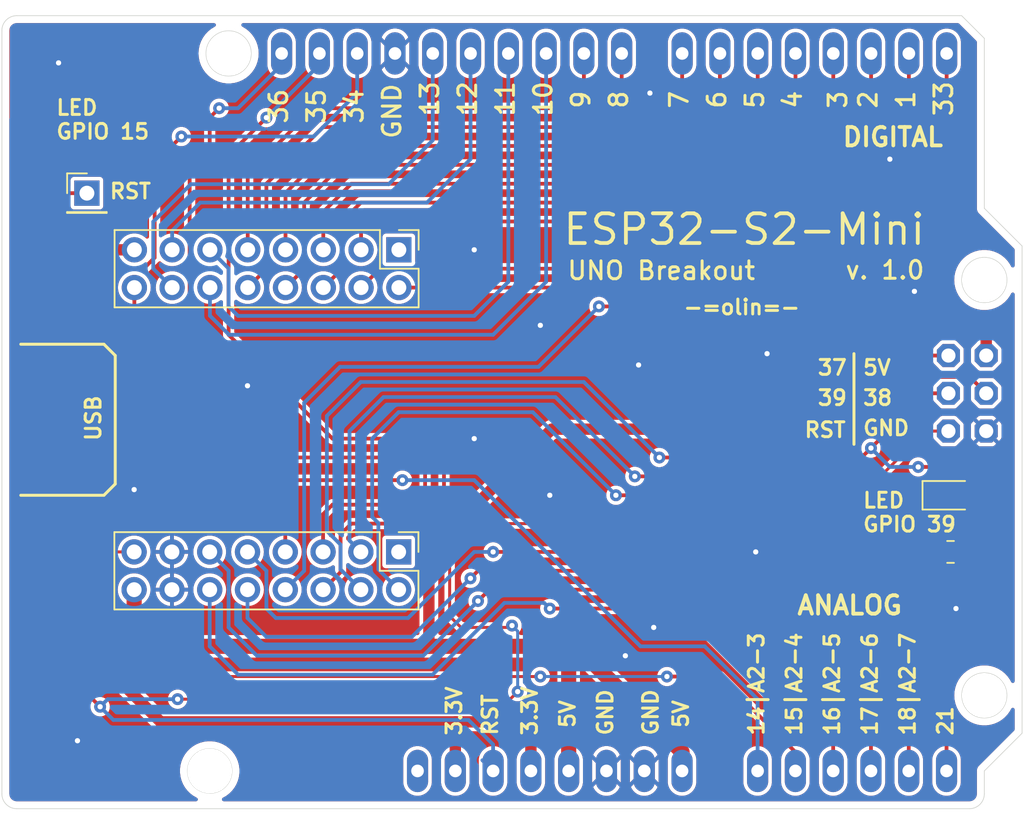
<source format=kicad_pcb>
(kicad_pcb (version 20240225) (generator "pcbnew") (generator_version "8.99")
  (layers (0 "F.Cu" signal "Top") (31 "B.Cu" signal "Bottom") (34 "B.Paste" user "Bottom Paste") (35 "F.Paste" user "Top Paste") (36 "B.SilkS" user "Bottom Overlay") (37 "F.SilkS" user "Top Overlay") (38 "B.Mask" user "Bottom Solder") (39 "F.Mask" user "Top Solder") (44 "Edge.Cuts" user))
  (net 0 "")
  (net 1 "+5V")
  (net 2 "PC1")
  (net 3 "PC2")
  (net 4 "PC0")
  (net 5 "PE2")
  (net 6 "PE1")
  (net 7 "PE0")
  (net 8 "PB1")
  (net 9 "PB0")
  (net 10 "PE3")
  (net 11 "PA1")
  (net 12 "PF4")
  (net 13 "PB2")
  (net 14 "PC6")
  (net 15 "PF5")
  (net 16 "PA0")
  (net 17 "PC4")
  (net 18 "PC5")
  (net 19 "PD2")
  (net 20 "PD0")
  (net 21 "PD1")
  (net 22 "PD3")
  (net 23 "PD4")
  (net 24 "PD5")
  (net 25 "TRG_RST")
  (net 26 "+3V3")
  (net 27 "PD7")
  (net 28 "PA2")
  (net 29 "PA3")
  (net 30 "UC1:N$2")
  (net 31 "GND")
  (footprint "Connector_PinHeader_2.54mm:PinHeader_2x08_P2.54mm_Vertical" (layer "F.Cu") (at 72.3161 69.4436 -90)
    (property "Reference" "REF**" (hide yes))
    (property "Value" "PinHeader_2x08_P2.54mm_Vertical" (hide yes))
    (pad "1" thru_hole rect (at 0 0 270) (size 1.7 1.7) (drill 1) (layers "*.Cu" "*.Mask"))
    (pad "2" thru_hole oval (at 2.54 0 270) (size 1.7 1.7) (drill 1) (layers "*.Cu" "*.Mask") (net 17 "PC4"))
    (pad "3" thru_hole oval (at 0 2.54 270) (size 1.7 1.7) (drill 1) (layers "*.Cu" "*.Mask") (net 15 "PF5"))
    (pad "3" thru_hole oval (at 0 5.08 270) (size 1.7 1.7) (drill 1) (layers "*.Cu" "*.Mask") (net 13 "PB2"))
    (pad "4" thru_hole oval (at 2.54 2.54 270) (size 1.7 1.7) (drill 1) (layers "*.Cu" "*.Mask") (net 16 "PA0"))
    (pad "6" thru_hole oval (at 2.54 5.08 270) (size 1.7 1.7) (drill 1) (layers "*.Cu" "*.Mask") (net 14 "PC6"))
    (pad "7" thru_hole oval (at 0 7.62 270) (size 1.7 1.7) (drill 1) (layers "*.Cu" "*.Mask") (net 11 "PA1"))
    (pad "8" thru_hole oval (at 2.54 7.62 270) (size 1.7 1.7) (drill 1) (layers "*.Cu" "*.Mask") (net 12 "PF4"))
    (pad "9" thru_hole oval (at 0 10.16 270) (size 1.7 1.7) (drill 1) (layers "*.Cu" "*.Mask") (net 9 "PB0"))
    (pad "10" thru_hole oval (at 2.54 10.16 270) (size 1.7 1.7) (drill 1) (layers "*.Cu" "*.Mask") (net 10 "PE3"))
    (pad "11" thru_hole oval (at 0 12.7 270) (size 1.7 1.7) (drill 1) (layers "*.Cu" "*.Mask") (net 7 "PE0"))
    (pad "12" thru_hole oval (at 2.54 12.7 270) (size 1.7 1.7) (drill 1) (layers "*.Cu" "*.Mask") (net 8 "PB1"))
    (pad "13" thru_hole oval (at 0 15.24 270) (size 1.7 1.7) (drill 1) (layers "*.Cu" "*.Mask") (net 6 "PE1"))
    (pad "14" thru_hole oval (at 2.54 15.24 270) (size 1.7 1.7) (drill 1) (layers "*.Cu" "*.Mask") (net 5 "PE2"))
    (pad "15" thru_hole oval (at 0 17.78 270) (size 1.7 1.7) (drill 1) (layers "*.Cu" "*.Mask") (net 26 "+3V3"))
    (pad "16" thru_hole oval (at 2.54 17.78 270) (size 1.7 1.7) (drill 1) (layers "*.Cu" "*.Mask") (net 20 "PD0"))
  )
  (footprint "Connector_PinHeader_2.54mm:PinHeader_2x08_P2.54mm_Vertical" (layer "F.Cu") (at 72.3011 89.7636 -90)
    (property "Reference" "REF**" (hide yes))
    (property "Value" "PinHeader_2x08_P2.54mm_Vertical" (hide yes))
    (pad "1" thru_hole rect (at 0 0 270) (size 1.7 1.7) (drill 1) (layers "*.Cu" "*.Mask"))
    (pad "2" thru_hole oval (at 2.54 0 270) (size 1.7 1.7) (drill 1) (layers "*.Cu" "*.Mask") (net 3 "PC2"))
    (pad "3" thru_hole oval (at 0 2.54 270) (size 1.7 1.7) (drill 1) (layers "*.Cu" "*.Mask") (net 4 "PC0"))
    (pad "4" thru_hole oval (at 2.54 2.54 270) (size 1.7 1.7) (drill 1) (layers "*.Cu" "*.Mask") (net 2 "PC1"))
    (pad "5" thru_hole oval (at 0 5.08 270) (size 1.7 1.7) (drill 1) (layers "*.Cu" "*.Mask") (net 29 "PA3"))
    (pad "6" thru_hole oval (at 2.54 5.08 270) (size 1.7 1.7) (drill 1) (layers "*.Cu" "*.Mask") (net 28 "PA2"))
    (pad "7" thru_hole oval (at 0 7.62 270) (size 1.7 1.7) (drill 1) (layers "*.Cu" "*.Mask") (net 27 "PD7"))
    (pad "8" thru_hole oval (at 2.54 7.62 270) (size 1.7 1.7) (drill 1) (layers "*.Cu" "*.Mask") (net 18 "PC5"))
    (pad "9" thru_hole oval (at 0 10.16 270) (size 1.7 1.7) (drill 1) (layers "*.Cu" "*.Mask") (net 24 "PD5"))
    (pad "10" thru_hole oval (at 2.54 10.16 270) (size 1.7 1.7) (drill 1) (layers "*.Cu" "*.Mask") (net 23 "PD4"))
    (pad "11" thru_hole oval (at 0 12.7 270) (size 1.7 1.7) (drill 1) (layers "*.Cu" "*.Mask") (net 22 "PD3"))
    (pad "12" thru_hole oval (at 2.54 12.7 270) (size 1.7 1.7) (drill 1) (layers "*.Cu" "*.Mask") (net 19 "PD2"))
    (pad "13" thru_hole oval (at 0 15.24 270) (size 1.7 1.7) (drill 1) (layers "*.Cu" "*.Mask") (net 31 "GND"))
    (pad "14" thru_hole oval (at 2.54 15.24 270) (size 1.7 1.7) (drill 1) (layers "*.Cu" "*.Mask") (net 31 "GND"))
    (pad "15" thru_hole oval (at 0 17.78 270) (size 1.7 1.7) (drill 1) (layers "*.Cu" "*.Mask") (net 21 "PD1"))
    (pad "16" thru_hole oval (at 2.54 17.78 270) (size 1.7 1.7) (drill 1) (layers "*.Cu" "*.Mask") (net 1 "+5V"))
  )
  (footprint "" (layer "F.Cu") (at 60.8711 56.2356)
    (property "Reference" "" (at 0 0 0) (layer "F.SilkS") (effects (font (size 1.27 1.27))))
    (property "Value" "")
    (pad "" np_thru_hole circle (at 0 0) (size 2.99999 2.99999) (drill 2.99999) (layers "F&B.Cu" "*.Mask"))
  )
  (footprint "" (layer "F.Cu") (at 111.6711 71.4756)
    (property "Reference" "" (at 0 0 0) (layer "F.SilkS") (effects (font (size 1.27 1.27))))
    (property "Value" "")
    (pad "" np_thru_hole circle (at 0 0) (size 2.99999 2.99999) (drill 2.99999) (layers "F&B.Cu" "*.Mask"))
  )
  (footprint "" (layer "F.Cu") (at 59.6011 104.4956)
    (property "Reference" "" (at 0 0 0) (layer "F.SilkS") (effects (font (size 1.27 1.27))))
    (property "Value" "")
    (pad "" np_thru_hole circle (at 0 0) (size 2.99999 2.99999) (drill 2.99999) (layers "F&B.Cu" "*.Mask"))
  )
  (footprint "Arduino-connectors.IntLib:1X14_" (layer "F.Cu") (at 91.3511 104.4956)
    (property "Reference" "ANALOG" (at 7.62 -10.414 0) (layer "F.SilkS") (effects (font (size 1.240155 1.240155) (thickness 0.254)) (justify left bottom)))
    (property "Value" "-")
    (pad "1" thru_hole oval (at -17.78 0 90) (size 2.8448 1.4224) (drill 0.84988) (layers "*.Cu" "*.Mask"))
    (pad "2" thru_hole oval (at -15.24 0 90) (size 2.8448 1.4224) (drill 0.84988) (layers "*.Cu" "*.Mask") (net 26 "+3V3"))
    (pad "3" thru_hole oval (at -12.7 0 90) (size 2.8448 1.4224) (drill 0.84988) (layers "*.Cu" "*.Mask") (net 25 "TRG_RST"))
    (pad "4" thru_hole oval (at -10.16 0 90) (size 2.8448 1.4224) (drill 0.84988) (layers "*.Cu" "*.Mask") (net 26 "+3V3"))
    (pad "5" thru_hole oval (at -7.62 0 90) (size 2.8448 1.4224) (drill 0.84988) (layers "*.Cu" "*.Mask") (net 1 "+5V"))
    (pad "6" thru_hole oval (at -5.08 0 90) (size 2.8448 1.4224) (drill 0.84988) (layers "*.Cu" "*.Mask") (net 31 "GND"))
    (pad "7" thru_hole oval (at -2.54 0 90) (size 2.8448 1.4224) (drill 0.84988) (layers "*.Cu" "*.Mask") (net 31 "GND"))
    (pad "8" thru_hole oval (at 0 0 90) (size 2.8448 1.4224) (drill 0.84988) (layers "*.Cu" "*.Mask") (net 1 "+5V"))
    (pad "9" thru_hole oval (at 5.08 0 90) (size 2.8448 1.4224) (drill 0.84988) (layers "*.Cu" "*.Mask") (net 20 "PD0"))
    (pad "10" thru_hole oval (at 7.62 0 90) (size 2.8448 1.4224) (drill 0.84988) (layers "*.Cu" "*.Mask") (net 21 "PD1"))
    (pad "11" thru_hole oval (at 10.16 0 90) (size 2.8448 1.4224) (drill 0.84988) (layers "*.Cu" "*.Mask") (net 19 "PD2"))
    (pad "12" thru_hole oval (at 12.7 0 90) (size 2.8448 1.4224) (drill 0.84988) (layers "*.Cu" "*.Mask") (net 22 "PD3"))
    (pad "13" thru_hole oval (at 15.24 0 90) (size 2.8448 1.4224) (drill 0.84988) (layers "*.Cu" "*.Mask") (net 23 "PD4"))
    (pad "14" thru_hole oval (at 17.78 0 90) (size 2.8448 1.4224) (drill 0.84988) (layers "*.Cu" "*.Mask") (net 24 "PD5"))
  )
  (footprint "Arduino-connectors.IntLib:1X18_" (layer "F.Cu") (at 91.35821 56.2356 180)
    (property "Reference" "DIGITAL" (at -10.66089 -6.35 0) (layer "F.SilkS") (effects (font (size 1.240155 1.240155) (thickness 0.254)) (justify left bottom)))
    (property "Value" "-")
    (pad "1" thru_hole oval (at -17.78 0 270) (size 2.8448 1.4224) (drill 0.84988) (layers "*.Cu" "*.Mask") (net 18 "PC5"))
    (pad "2" thru_hole oval (at -15.24 0 270) (size 2.8448 1.4224) (drill 0.84988) (layers "*.Cu" "*.Mask") (net 17 "PC4"))
    (pad "3" thru_hole oval (at -12.7 0 270) (size 2.8448 1.4224) (drill 0.84988) (layers "*.Cu" "*.Mask") (net 16 "PA0"))
    (pad "4" thru_hole oval (at -10.16 0 270) (size 2.8448 1.4224) (drill 0.84988) (layers "*.Cu" "*.Mask") (net 15 "PF5"))
    (pad "5" thru_hole oval (at -7.62 0 270) (size 2.8448 1.4224) (drill 0.84988) (layers "*.Cu" "*.Mask") (net 14 "PC6"))
    (pad "6" thru_hole oval (at -5.08 0 270) (size 2.8448 1.4224) (drill 0.84988) (layers "*.Cu" "*.Mask") (net 13 "PB2"))
    (pad "7" thru_hole oval (at -2.54 0 270) (size 2.8448 1.4224) (drill 0.84988) (layers "*.Cu" "*.Mask") (net 12 "PF4"))
    (pad "8" thru_hole oval (at 0 0 270) (size 2.8448 1.4224) (drill 0.84988) (layers "*.Cu" "*.Mask") (net 11 "PA1"))
    (pad "9" thru_hole oval (at 4.064 0 270) (size 2.8448 1.4224) (drill 0.84988) (layers "*.Cu" "*.Mask") (net 10 "PE3"))
    (pad "10" thru_hole oval (at 6.604 0 270) (size 2.8448 1.4224) (drill 0.84988) (layers "*.Cu" "*.Mask") (net 9 "PB0"))
    (pad "11" thru_hole oval (at 9.144 0 270) (size 2.8448 1.4224) (drill 0.84988) (layers "*.Cu" "*.Mask") (net 8 "PB1"))
    (pad "12" thru_hole oval (at 11.684 0 270) (size 2.8448 1.4224) (drill 0.84988) (layers "*.Cu" "*.Mask") (net 7 "PE0"))
    (pad "13" thru_hole oval (at 14.224 0 270) (size 2.8448 1.4224) (drill 0.84988) (layers "*.Cu" "*.Mask") (net 6 "PE1"))
    (pad "14" thru_hole oval (at 16.764 0 270) (size 2.8448 1.4224) (drill 0.84988) (layers "*.Cu" "*.Mask") (net 5 "PE2"))
    (pad "15" thru_hole oval (at 19.304 0 270) (size 2.8448 1.4224) (drill 0.84988) (layers "*.Cu" "*.Mask") (net 31 "GND"))
    (pad "16" thru_hole oval (at 21.844 0 270) (size 2.8448 1.4224) (drill 0.84988) (layers "*.Cu" "*.Mask") (net 27 "PD7"))
    (pad "17" thru_hole oval (at 24.384 0 270) (size 2.8448 1.4224) (drill 0.84988) (layers "*.Cu" "*.Mask") (net 28 "PA2"))
    (pad "18" thru_hole oval (at 26.924 0 270) (size 2.8448 1.4224) (drill 0.84988) (layers "*.Cu" "*.Mask") (net 29 "PA3"))
  )
  (footprint "LED_SMD:LED_0805_2012Metric_Pad1.15x1.40mm_HandSolder" (layer "F.Cu") (at 109.3761 85.9536)
    (property "Reference" "REF**" (hide yes))
    (property "Value" "LED_0805_2012Metric_Pad1.15x1.40mm_HandSolder" (hide yes))
    (pad "1" smd roundrect (at -1.025 0) (size 1.15 1.4) (layers "F.Cu" "F.Paste" "F.Mask") (roundrect_rratio 0.217391) (net 30 "UC1:N$2"))
    (pad "2" smd roundrect (at 1.025 0) (size 1.15 1.4) (layers "F.Cu" "F.Paste" "F.Mask") (roundrect_rratio 0.217391) (net 3 "PC2"))
  )
  (footprint "Arduino-connectors.IntLib:2X03" (layer "F.Cu") (at 110.5281 79.0956 90)
    (property "Reference" "SPI1" (hide yes))
    (property "Value" "-")
    (pad "1" thru_hole roundrect (at 2.54 -1.27 270) (size 1.54991 1.54991) (drill 0.94996) (layers "*.Cu" "*.Mask") (chamfer_ratio 0.25) (chamfer top_left top_right bottom_left bottom_right) (net 2 "PC1"))
    (pad "2" thru_hole roundrect (at 2.54 1.27 270) (size 1.54991 1.54991) (drill 0.94996) (layers "*.Cu" "*.Mask") (chamfer_ratio 0.25) (chamfer top_left top_right bottom_left bottom_right) (net 1 "+5V"))
    (pad "3" thru_hole roundrect (at 0 -1.27 270) (size 1.54991 1.54991) (drill 0.94996) (layers "*.Cu" "*.Mask") (chamfer_ratio 0.25) (chamfer top_left top_right bottom_left bottom_right) (net 3 "PC2"))
    (pad "4" thru_hole roundrect (at 0 1.27 270) (size 1.54991 1.54991) (drill 0.94996) (layers "*.Cu" "*.Mask") (chamfer_ratio 0.25) (chamfer top_left top_right bottom_left bottom_right) (net 4 "PC0"))
    (pad "5" thru_hole roundrect (at -2.54 -1.27 270) (size 1.54991 1.54991) (drill 0.94996) (layers "*.Cu" "*.Mask") (chamfer_ratio 0.25) (chamfer top_left top_right bottom_left bottom_right) (net 25 "TRG_RST"))
    (pad "6" thru_hole roundrect (at -2.54 1.27 270) (size 1.54991 1.54991) (drill 0.94996) (layers "*.Cu" "*.Mask") (chamfer_ratio 0.25) (chamfer top_left top_right bottom_left bottom_right) (net 31 "GND"))
  )
  (footprint "" (layer "F.Cu") (at 111.6711 99.4156)
    (property "Reference" "" (at 0 0 0) (layer "F.SilkS") (effects (font (size 1.27 1.27))))
    (property "Value" "")
    (pad "" np_thru_hole circle (at 0 0) (size 2.99999 2.99999) (drill 2.99999) (layers "F&B.Cu" "*.Mask"))
  )
  (footprint "Resistor_SMD:R_0805_2012Metric_Pad1.20x1.40mm_HandSolder" (layer "F.Cu") (at 109.4011 89.7636)
    (property "Reference" "REF**" (hide yes))
    (property "Value" "R_0805_2012Metric_Pad1.20x1.40mm_HandSolder" (hide yes))
    (pad "1" smd roundrect (at -1 0) (size 1.2 1.4) (layers "F.Cu" "F.Paste" "F.Mask") (roundrect_rratio 0.208333) (net 31 "GND"))
    (pad "2" smd roundrect (at 1 0) (size 1.2 1.4) (layers "F.Cu" "F.Paste" "F.Mask") (roundrect_rratio 0.208333) (net 30 "UC1:N$2"))
  )
  (footprint "Connector_PinHeader_2.54mm:PinHeader_1x01_P2.54mm_Vertical" (layer "F.Cu") (at 51.3461 65.6336)
    (property "Reference" "RST" (at 2.921 -0.127 0) (layer "F.SilkS") (effects (font (thickness 0.2) (bold yes))))
    (property "Value" "PinHeader_1x01_P2.54mm_Vertical" (hide yes))
    (pad "1" thru_hole rect (at 0 0) (size 1.7 1.7) (drill 1) (layers "*.Cu" "*.Mask") (net 25 "TRG_RST"))
  )
  (gr_line (start 53.2511 76.5556) (end 53.2511 85.1916) (stroke (width 0.2)) (layer "F.SilkS"))
  (gr_line (start 53.2511 85.1916) (end 52.4891 85.9536) (stroke (width 0.2)) (layer "F.SilkS"))
  (gr_line (start 52.4891 85.9536) (end 46.9011 85.9536) (stroke (width 0.2)) (layer "F.SilkS"))
  (gr_line (start 52.4891 75.7936) (end 53.2511 76.5556) (stroke (width 0.2)) (layer "F.SilkS"))
  (gr_line (start 102.9081 76.4286) (end 102.9081 82.5246) (stroke (width 0.2)) (layer "F.SilkS"))
  (gr_line (start 46.9011 75.7936) (end 52.4891 75.7936) (stroke (width 0.2)) (layer "F.SilkS"))
  (gr_arc (start 58.1011 104.4956) (mid 58.54044 103.43494) (end 59.6011 102.9956) (stroke (width 0.05)) (layer "Edge.Cuts"))
  (gr_arc (start 61.1011 104.5036) (mid 60.662346 105.562846) (end 59.6031 106.0016) (stroke (width 0.05)) (layer "Edge.Cuts"))
  (gr_arc (start 111.6711 106.0356) (mid 111.378207 106.742707) (end 110.6711 107.0356) (stroke (width 0.05)) (layer "Edge.Cuts"))
  (gr_line (start 114.2111 101.9556) (end 111.6711 104.4956) (stroke (width 0.05)) (layer "Edge.Cuts"))
  (gr_line (start 46.6311 53.6956) (end 110.1471 53.6956) (stroke (width 0.05)) (layer "Edge.Cuts"))
  (gr_circle (center 111.6711 99.4136) (end 113.188532 99.4136) (stroke (width 0.05)) (fill none) (layer "Edge.Cuts"))
  (gr_circle (center 111.6711 71.4736) (end 112.7611 72.5336) (stroke (width 0.05)) (fill none) (layer "Edge.Cuts"))
  (gr_arc (start 59.6011 105.9936) (mid 58.541854 105.554846) (end 58.1031 104.4956) (stroke (width 0.05)) (layer "Edge.Cuts"))
  (gr_line (start 110.1471 53.6956) (end 111.6711 55.2196) (stroke (width 0.05)) (layer "Edge.Cuts"))
  (gr_line (start 111.6711 104.4956) (end 111.6711 106.0356) (stroke (width 0.05)) (layer "Edge.Cuts"))
  (gr_line (start 110.6711 107.0356) (end 46.6311 107.0356) (stroke (width 0.05)) (layer "Edge.Cuts"))
  (gr_arc (start 59.6011 102.9956) (mid 60.66176 103.43494) (end 61.1011 104.4956) (stroke (width 0.05)) (layer "Edge.Cuts"))
  (gr_arc (start 45.6311 54.6956) (mid 45.923993 53.988493) (end 46.6311 53.6956) (stroke (width 0.05)) (layer "Edge.Cuts"))
  (gr_line (start 114.2111 69.1896) (end 114.2111 101.9556) (stroke (width 0.05)) (layer "Edge.Cuts"))
  (gr_line (start 45.6311 106.0356) (end 45.6311 54.6956) (stroke (width 0.05)) (layer "Edge.Cuts"))
  (gr_line (start 111.6711 55.2196) (end 111.6711 66.6496) (stroke (width 0.05)) (layer "Edge.Cuts"))
  (gr_circle (center 60.8711 56.2336) (end 61.7911 57.4436) (stroke (width 0.05)) (fill none) (layer "Edge.Cuts"))
  (gr_arc (start 46.6311 107.0356) (mid 45.923993 106.742707) (end 45.6311 106.0356) (stroke (width 0.05)) (layer "Edge.Cuts"))
  (gr_line (start 111.6711 66.6496) (end 114.2111 69.1896) (stroke (width 0.05)) (layer "Edge.Cuts"))
  (gr_text "16|A2-5" (at 102.0191 102.2096 90) (layer "F.SilkS") (effects (font (size 1 1) (thickness 0.2) (bold yes)) (justify left bottom)))
  (gr_text "35" (at 67.4751 61.0616 90) (layer "F.SilkS") (effects (font (size 1.2 1.2) (thickness 0.2) (bold yes)) (justify left bottom)))
  (gr_text "LED\nGPIO 39" (at 103.4161 88.4936 0) (layer "F.SilkS") (effects (font (size 1 1) (thickness 0.2) (bold yes)) (justify left bottom)))
  (gr_text "5V" (at 84.2391 101.7016 90) (layer "F.SilkS") (effects (font (size 1 1) (thickness 0.2) (bold yes)) (justify left bottom)))
  (gr_text "RST" (at 79.0321 102.2096 90) (layer "F.SilkS") (effects (font (size 1 1) (thickness 0.2) (bold yes)) (justify left bottom)))
  (gr_text "RST" (at 99.4791 82.1436 0) (layer "F.SilkS") (effects (font (size 1 1) (thickness 0.2) (bold yes)) (justify left bottom)))
  (gr_text "v. 1.0" (at 102.2311 71.5136 0) (layer "F.SilkS") (effects (font (size 1.2 1.2) (thickness 0.2) (bold yes)) (justify left bottom)))
  (gr_text "3.3V" (at 81.6991 102.2096 90) (layer "F.SilkS") (effects (font (size 1 1) (thickness 0.2) (bold yes)) (justify left bottom)))
  (gr_text "33" (at 109.6391 60.5536 90) (layer "F.SilkS") (effects (font (size 1.2 1.2) (thickness 0.2) (bold yes)) (justify left bottom)))
  (gr_text "ESP32-S2-Mini" (at 83.2211 69.2436 0) (layer "F.SilkS") (effects (font (size 2 2) (thickness 0.254)) (justify left bottom)))
  (gr_text "3" (at 102.5271 60.0456 90) (layer "F.SilkS") (effects (font (size 1.2 1.2) (thickness 0.2) (bold yes)) (justify left bottom)))
  (gr_text "13" (at 75.0951 60.5536 90) (layer "F.SilkS") (effects (font (size 1.2 1.2) (thickness 0.2) (bold yes)) (justify left bottom)))
  (gr_text "36" (at 64.9351 61.0616 90) (layer "F.SilkS") (effects (font (size 1.2 1.2) (thickness 0.2) (bold yes)) (justify left bottom)))
  (gr_text "GND" (at 89.8271 102.2096 90) (layer "F.SilkS") (effects (font (size 1 1) (thickness 0.2) (bold yes)) (justify left bottom)))
  (gr_text "21" (at 109.6391 102.2096 90) (layer "F.SilkS") (effects (font (size 1 1) (thickness 0.2) (bold yes)) (justify left bottom)))
  (gr_text "GND" (at 72.5551 62.0776 90) (layer "F.SilkS") (effects (font (size 1.2 1.2) (thickness 0.2) (bold yes)) (justify left bottom)))
  (gr_text "5V" (at 103.4161 77.9526 0) (layer "F.SilkS") (effects (font (size 1 1) (thickness 0.2) (bold yes)) (justify left bottom)))
  (gr_text "17|A2-6" (at 104.5591 102.2096 90) (layer "F.SilkS") (effects (font (size 1 1) (thickness 0.2) (bold yes)) (justify left bottom)))
  (gr_text "4" (at 99.4791 60.0456 90) (layer "F.SilkS") (effects (font (size 1.2 1.2) (thickness 0.2) (bold yes)) (justify left bottom)))
  (gr_text "11" (at 80.1751 60.5536 90) (layer "F.SilkS") (effects (font (size 1.2 1.2) (thickness 0.2) (bold yes)) (justify left bottom)))
  (gr_text "2" (at 104.5591 60.0456 90) (layer "F.SilkS") (effects (font (size 1.2 1.2) (thickness 0.2) (bold yes)) (justify left bottom)))
  (gr_text "6" (at 94.3991 60.0456 90) (layer "F.SilkS") (effects (font (size 1.2 1.2) (thickness 0.2) (bold yes)) (justify left bottom)))
  (gr_text "8" (at 87.7951 60.0456 90) (layer "F.SilkS") (effects (font (size 1.2 1.2) (thickness 0.2) (bold yes)) (justify left bottom)))
  (gr_text "1" (at 107.0991 60.0456 90) (layer "F.SilkS") (effects (font (size 1.2 1.2) (thickness 0.2) (bold yes)) (justify left bottom)))
  (gr_text "5V" (at 91.8591 101.7016 90) (layer "F.SilkS") (effects (font (size 1 1) (thickness 0.2) (bold yes)) (justify left bottom)))
  (gr_text "GND" (at 103.4161 82.0166 0) (layer "F.SilkS") (effects (font (size 1 1) (thickness 0.2) (bold yes)) (justify left bottom)))
  (gr_text "37" (at 100.3681 77.9526 0) (layer "F.SilkS") (effects (font (size 1 1) (thickness 0.2) (bold yes)) (justify left bottom)))
  (gr_text "UNO Breakout" (at 83.5411 71.5436 0) (layer "F.SilkS") (effects (font (size 1.2 1.2) (thickness 0.2) (bold yes)) (justify left bottom)))
  (gr_text "39" (at 100.3681 79.9846 0) (layer "F.SilkS") (effects (font (size 1 1) (thickness 0.2) (bold yes)) (justify left bottom)))
  (gr_text "7" (at 91.8591 60.0456 90) (layer "F.SilkS") (effects (font (size 1.2 1.2) (thickness 0.2) (bold yes)) (justify left bottom)))
  (gr_text "10" (at 82.7151 60.5536 90) (layer "F.SilkS") (effects (font (size 1.2 1.2) (thickness 0.2) (bold yes)) (justify left bottom)))
  (gr_text "9" (at 85.2551 60.0456 90) (layer "F.SilkS") (effects (font (size 1.2 1.2) (thickness 0.2) (bold yes)) (justify left bottom)))
  (gr_text "5" (at 96.9391 60.0456 90) (layer "F.SilkS") (effects (font (size 1.2 1.2) (thickness 0.2) (bold yes)) (justify left bottom)))
  (gr_text "GND" (at 86.7791 102.2096 90) (layer "F.SilkS") (effects (font (size 1 1) (thickness 0.2) (bold yes)) (justify left bottom)))
  (gr_text "14|A2-3" (at 96.9391 102.2096 90) (layer "F.SilkS") (effects (font (size 1 1) (thickness 0.2) (bold yes)) (justify left bottom)))
  (gr_text "USB" (at 52.3621 82.3976 90) (layer "F.SilkS") (effects (font (size 1 1) (thickness 0.2) (bold yes)) (justify left bottom)))
  (gr_text "12" (at 77.6351 60.5536 90) (layer "F.SilkS") (effects (font (size 1.2 1.2) (thickness 0.2) (bold yes)) (justify left bottom)))
  (gr_text "34" (at 70.0151 61.0616 90) (layer "F.SilkS") (effects (font (size 1.2 1.2) (thickness 0.2) (bold yes)) (justify left bottom)))
  (gr_text "3.3V" (at 76.6191 102.2096 90) (layer "F.SilkS") (effects (font (size 1 1) (thickness 0.2) (bold yes)) (justify left bottom)))
  (gr_text "LED\nGPIO 15" (at 49.1871 62.0776 0) (layer "F.SilkS") (effects (font (size 1 1) (thickness 0.2) (bold yes)) (justify left bottom)))
  (gr_text "15|A2-4" (at 99.4791 102.2096 90) (layer "F.SilkS") (effects (font (size 1 1) (thickness 0.2) (bold yes)) (justify left bottom)))
  (gr_text "18|A2-7" (at 107.0991 102.2096 90) (layer "F.SilkS") (effects (font (size 1 1) (thickness 0.2) (bold yes)) (justify left bottom)))
  (gr_text "38" (at 103.4161 79.9846 0) (layer "F.SilkS") (effects (font (size 1 1) (thickness 0.2) (bold yes)) (justify left bottom)))
  (gr_text "-=olin=-" (at 91.3511 73.8886 0) (layer "F.SilkS") (effects (font (size 1 1) (thickness 0.2) (bold yes)) (justify left bottom)))
  (segment (start 98.3361 81.5086) (end 82.5881 81.5086) (width 0.762) (layer "F.Cu") (net 1))
  (segment (start 111.7981 76.5556) (end 111.7981 75.2856) (width 0.762) (layer "F.Cu") (net 1))
  (segment (start 83.7311 96.1136) (end 83.7311 104.4956) (width 1.016) (layer "F.Cu") (net 1))
  (segment (start 84.2391 96.1136) (end 83.7311 96.1136) (width 1.016) (layer "F.Cu") (net 1))
  (segment (start 83.7311 96.1136) (end 55.7911 96.1136) (width 1.016) (layer "F.Cu") (net 1))
  (segment (start 111.0361 74.5236) (end 105.3211 74.5236) (width 0.762) (layer "F.Cu") (net 1))
  (segment (start 105.3211 74.5236) (end 98.3361 81.5086) (width 0.762) (layer "F.Cu") (net 1))
  (segment (start 74.3331 89.7636) (end 74.3331 96.2406) (width 0.762) (layer "F.Cu") (net 1))
  (segment (start 111.78108 76.53858) (end 111.7981 76.5556) (width 0.3048) (layer "F.Cu") (net 1))
  (segment (start 82.5881 81.5086) (end 74.3331 89.7636) (width 0.762) (layer "F.Cu") (net 1))
  (segment (start 111.7981 75.2856) (end 111.0361 74.5236) (width 0.762) (layer "F.Cu") (net 1))
  (segment (start 91.33103 104.47553) (end 91.3511 104.4956) (width 1.016) (layer "F.Cu") (net 1))
  (segment (start 91.3511 103.2256) (end 84.2391 96.1136) (width 1.016) (layer "F.Cu") (net 1))
  (segment (start 55.7911 96.1136) (end 54.5211 94.8436) (width 1.016) (layer "F.Cu") (net 1))
  (segment (start 91.3511 104.4956) (end 91.3511 103.2256) (width 1.016) (layer "F.Cu") (net 1))
  (segment (start 54.5211 94.8436) (end 54.5211 92.3036) (width 1.016) (layer "F.Cu") (net 1))
  (segment (start 106.3371 76.5556) (end 109.2581 76.5556) (width 0.254) (layer "F.Cu") (net 2))
  (segment (start 99.4791 83.4136) (end 106.3371 76.5556) (width 0.254) (layer "F.Cu") (net 2))
  (segment (start 89.8271 83.4136) (end 99.4791 83.4136) (width 0.254) (layer "F.Cu") (net 2))
  (via (at 89.8271 83.4136) (size 0.8) (drill 0.35) (layers "F.Cu" "B.Cu") (net 2))
  (segment (start 69.7611 78.3336) (end 67.4751 80.6196) (width 0.254) (layer "B.Cu") (net 2))
  (segment (start 68.3981 90.9406) (end 69.7611 92.3036) (width 0.254) (layer "B.Cu") (net 2))
  (segment (start 67.4751 80.6196) (end 67.4751 88.35307) (width 0.254) (layer "B.Cu") (net 2))
  (segment (start 67.4751 88.35307) (end 68.3981 89.27607) (width 0.254) (layer "B.Cu") (net 2))
  (segment (start 68.3981 89.27607) (end 68.3981 90.9406) (width 0.254) (layer "B.Cu") (net 2))
  (segment (start 89.8271 83.4136) (end 84.7471 78.3336) (width 0.254) (layer "B.Cu") (net 2))
  (segment (start 84.7471 78.3336) (end 69.7611 78.3336) (width 0.254) (layer "B.Cu") (net 2))
  (segment (start 86.9061 85.9536) (end 100.8761 85.9536) (width 0.254) (layer "F.Cu") (net 3))
  (segment (start 107.7341 79.0956) (end 109.2581 79.0956) (width 0.254) (layer "F.Cu") (net 3))
  (segment (start 107.2261 84.0486) (end 111.0361 84.0486) (width 0.254) (layer "F.Cu") (net 3))
  (segment (start 100.8761 85.9536) (end 104.0511 82.7786) (width 0.254) (layer "F.Cu") (net 3))
  (segment (start 104.0511 82.7786) (end 107.7341 79.0956) (width 0.254) (layer "F.Cu") (net 3))
  (segment (start 111.6711 85.3186) (end 111.0361 85.9536) (width 0.254) (layer "F.Cu") (net 3))
  (segment (start 111.0361 85.9536) (end 110.4011 85.9536) (width 0.254) (layer "F.Cu") (net 3))
  (segment (start 111.6711 84.6836) (end 111.6711 85.3186) (width 0.254) (layer "F.Cu") (net 3))
  (segment (start 111.0361 84.0486) (end 111.6711 84.6836) (width 0.254) (layer "F.Cu") (net 3))
  (via (at 86.9061 85.9536) (size 0.8) (drill 0.35) (layers "F.Cu" "B.Cu") (net 3))
  (via (at 107.2261 84.0486) (size 0.8) (drill 0.35) (layers "F.Cu" "B.Cu") (net 3))
  (via (at 104.0511 82.7786) (size 0.8) (drill 0.35) (layers "F.Cu" "B.Cu") (net 3))
  (segment (start 86.9061 85.9536) (end 81.3181 80.3656) (width 0.254) (layer "B.Cu") (net 3))
  (segment (start 70.5231 82.1436) (end 70.5231 87.407335) (width 0.254) (layer "B.Cu") (net 3))
  (segment (start 70.5231 87.407335) (end 70.9381 87.822335) (width 0.254) (layer "B.Cu") (net 3))
  (segment (start 70.9381 90.9406) (end 72.3011 92.3036) (width 0.254) (layer "B.Cu") (net 3))
  (segment (start 81.3181 80.3656) (end 72.3011 80.3656) (width 0.254) (layer "B.Cu") (net 3))
  (segment (start 105.3211 84.0486) (end 107.2261 84.0486) (width 0.254) (layer "B.Cu") (net 3))
  (segment (start 70.9381 87.822335) (end 70.9381 90.9406) (width 0.254) (layer "B.Cu") (net 3))
  (segment (start 72.3011 80.3656) (end 70.5231 82.1436) (width 0.254) (layer "B.Cu") (net 3))
  (segment (start 104.0511 82.7786) (end 105.3211 84.0486) (width 0.254) (layer "B.Cu") (net 3))
  (segment (start 106.931055 77.993645) (end 110.696145 77.993645) (width 0.254) (layer "F.Cu") (net 4))
  (segment (start 110.696145 77.993645) (end 111.7981 79.0956) (width 0.254) (layer "F.Cu") (net 4))
  (segment (start 100.2411 84.6836) (end 106.931055 77.993645) (width 0.254) (layer "F.Cu") (net 4))
  (segment (start 88.1761 84.6836) (end 100.2411 84.6836) (width 0.254) (layer "F.Cu") (net 4))
  (via (at 88.1761 84.6836) (size 0.8) (drill 0.35) (layers "F.Cu" "B.Cu") (net 4))
  (segment (start 82.8421 79.3496) (end 71.2851 79.3496) (width 0.254) (layer "B.Cu") (net 4))
  (segment (start 68.9991 81.6356) (end 68.9991 89.0016) (width 0.254) (layer "B.Cu") (net 4))
  (segment (start 71.2851 79.3496) (end 68.9991 81.6356) (width 0.254) (layer "B.Cu") (net 4))
  (segment (start 68.9991 89.0016) (end 69.7611 89.7636) (width 0.254) (layer "B.Cu") (net 4))
  (segment (start 88.1761 84.6836) (end 82.8421 79.3496) (width 0.254) (layer "B.Cu") (net 4))
  (segment (start 74.5871 56.24271) (end 74.59421 56.2356) (width 0.254) (layer "F.Cu") (net 5))
  (segment (start 55.8061 70.7136) (end 55.8061 67.5536) (width 0.254) (layer "B.Cu") (net 5))
  (segment (start 71.6361 65.0286) (end 74.59421 62.07049) (width 0.254) (layer "B.Cu") (net 5))
  (segment (start 58.3311 65.0286) (end 71.6361 65.0286) (width 0.254) (layer "B.Cu") (net 5))
  (segment (start 74.59421 62.07049) (end 74.59421 56.2356) (width 0.254) (layer "B.Cu") (net 5))
  (segment (start 57.0761 71.9836) (end 55.8061 70.7136) (width 0.254) (layer "B.Cu") (net 5))
  (segment (start 55.8061 67.5536) (end 58.3311 65.0286) (width 0.254) (layer "B.Cu") (net 5))
  (segment (start 57.0761 69.4436) (end 57.0761 68.1586) (width 0.254) (layer "B.Cu") (net 6))
  (segment (start 77.13421 63.34049) (end 77.13421 56.2356) (width 0.254) (layer "B.Cu") (net 6))
  (segment (start 58.9661 66.2686) (end 74.2061 66.2686) (width 0.254) (layer "B.Cu") (net 6))
  (segment (start 74.2061 66.2686) (end 77.13421 63.34049) (width 0.254) (layer "B.Cu") (net 6))
  (segment (start 57.0761 68.1586) (end 58.9661 66.2686) (width 0.254) (layer "B.Cu") (net 6))
  (segment (start 79.6671 56.24271) (end 79.67421 56.2356) (width 0.254) (layer "F.Cu") (net 7))
  (segment (start 59.6161 69.4436) (end 60.8711 70.6986) (width 0.254) (layer "B.Cu") (net 7))
  (segment (start 60.8711 70.6986) (end 60.8711 73.2536) (width 0.254) (layer "B.Cu") (net 7))
  (segment (start 60.8711 73.2536) (end 61.5061 73.8886) (width 0.254) (layer "B.Cu") (net 7))
  (segment (start 79.67421 71.59549) (end 79.67421 56.2356) (width 0.254) (layer "B.Cu") (net 7))
  (segment (start 77.3811 73.8886) (end 79.67421 71.59549) (width 0.254) (layer "B.Cu") (net 7))
  (segment (start 61.5061 73.8886) (end 77.3811 73.8886) (width 0.254) (layer "B.Cu") (net 7))
  (segment (start 82.2071 56.24271) (end 82.21421 56.2356) (width 0.254) (layer "B.Cu") (net 8))
  (segment (start 59.6161 71.9836) (end 59.6161 73.8736) (width 0.254) (layer "B.Cu") (net 8))
  (segment (start 60.9011 75.1586) (end 78.6511 75.1586) (width 0.254) (layer "B.Cu") (net 8))
  (segment (start 78.6511 75.1586) (end 82.21421 71.59549) (width 0.254) (layer "B.Cu") (net 8))
  (segment (start 82.21421 71.59549) (end 82.21421 56.2356) (width 0.254) (layer "B.Cu") (net 8))
  (segment (start 59.6161 73.8736) (end 60.9011 75.1586) (width 0.254) (layer "B.Cu") (net 8))
  (segment (start 83.7311 59.9186) (end 84.75421 58.89549) (width 0.254) (layer "F.Cu") (net 9))
  (segment (start 84.75421 58.89549) (end 84.75421 56.2356) (width 0.254) (layer "F.Cu") (net 9))
  (segment (start 62.1561 64.3486) (end 66.5861 59.9186) (width 0.254) (layer "F.Cu") (net 9))
  (segment (start 66.5861 59.9186) (end 83.7311 59.9186) (width 0.254) (layer "F.Cu") (net 9))
  (segment (start 62.1561 69.4436) (end 62.1561 64.3486) (width 0.254) (layer "F.Cu") (net 9))
  (segment (start 84.68106 56.30164) (end 84.7471 56.2356) (width 0.254) (layer "B.Cu") (net 9))
  (segment (start 84.7471 56.2356) (end 84.75421 56.2356) (width 0.254) (layer "B.Cu") (net 9))
  (segment (start 87.2871 56.44159) (end 87.38108 56.53557) (width 0.254) (layer "F.Cu") (net 10))
  (segment (start 62.1561 71.9836) (end 63.4111 70.7286) (width 0.254) (layer "F.Cu") (net 10))
  (segment (start 67.2211 61.1886) (end 86.2711 61.1886) (width 0.254) (layer "F.Cu") (net 10))
  (segment (start 63.4111 70.7286) (end 63.4111 64.9986) (width 0.254) (layer "F.Cu") (net 10))
  (segment (start 86.2711 61.1886) (end 87.29421 60.16549) (width 0.254) (layer "F.Cu") (net 10))
  (segment (start 87.29421 60.16549) (end 87.29421 56.2356) (width 0.254) (layer "F.Cu") (net 10))
  (segment (start 63.4111 64.9986) (end 67.2211 61.1886) (width 0.254) (layer "F.Cu") (net 10))
  (segment (start 64.6961 65.6186) (end 67.8561 62.4586) (width 0.254) (layer "F.Cu") (net 11))
  (segment (start 67.8561 62.4586) (end 89.4461 62.4586) (width 0.254) (layer "F.Cu") (net 11))
  (segment (start 64.6961 69.4436) (end 64.6961 65.6186) (width 0.254) (layer "F.Cu") (net 11))
  (segment (start 91.35821 60.54649) (end 91.35821 56.2356) (width 0.254) (layer "F.Cu") (net 11))
  (segment (start 89.4461 62.4586) (end 91.35821 60.54649) (width 0.254) (layer "F.Cu") (net 11))
  (segment (start 91.3511 56.24271) (end 91.35821 56.2356) (width 0.254) (layer "B.Cu") (net 11))
  (segment (start 64.6961 71.9836) (end 65.9511 70.7286) (width 0.254) (layer "F.Cu") (net 12))
  (segment (start 92.6211 63.7286) (end 93.89821 62.45149) (width 0.254) (layer "F.Cu") (net 12))
  (segment (start 93.89821 62.45149) (end 93.89821 56.2356) (width 0.254) (layer "F.Cu") (net 12))
  (segment (start 65.9511 70.7286) (end 65.9511 66.2686) (width 0.254) (layer "F.Cu") (net 12))
  (segment (start 65.9511 66.2686) (end 68.4911 63.7286) (width 0.254) (layer "F.Cu") (net 12))
  (segment (start 68.4911 63.7286) (end 92.6211 63.7286) (width 0.254) (layer "F.Cu") (net 12))
  (segment (start 67.2361 66.8886) (end 69.1261 64.9986) (width 0.254) (layer "F.Cu") (net 13))
  (segment (start 96.43821 56.2356) (end 96.43821 63.72149) (width 0.254) (layer "F.Cu") (net 13))
  (segment (start 67.2361 69.4436) (end 67.2361 66.8886) (width 0.254) (layer "F.Cu") (net 13))
  (segment (start 96.43821 63.72149) (end 95.1611 64.9986) (width 0.254) (layer "F.Cu") (net 13))
  (segment (start 69.1261 64.9986) (end 95.1611 64.9986) (width 0.254) (layer "F.Cu") (net 13))
  (segment (start 96.4311 56.24271) (end 96.43821 56.2356) (width 0.254) (layer "B.Cu") (net 13))
  (segment (start 68.4911 67.5386) (end 69.7611 66.2686) (width 0.254) (layer "F.Cu") (net 14))
  (segment (start 98.97821 64.35649) (end 98.97821 56.2356) (width 0.254) (layer "F.Cu") (net 14))
  (segment (start 69.7611 66.2686) (end 97.0661 66.2686) (width 0.254) (layer "F.Cu") (net 14))
  (segment (start 97.0661 66.2686) (end 98.97821 64.35649) (width 0.254) (layer "F.Cu") (net 14))
  (segment (start 67.2361 71.9836) (end 68.4911 70.7286) (width 0.254) (layer "F.Cu") (net 14))
  (segment (start 98.9711 56.24271) (end 98.97821 56.2356) (width 0.254) (layer "F.Cu") (net 14))
  (segment (start 68.4911 70.7286) (end 68.4911 67.5386) (width 0.254) (layer "F.Cu") (net 14))
  (segment (start 69.7761 69.4436) (end 69.7761 68.1586) (width 0.254) (layer "F.Cu") (net 15))
  (segment (start 98.9711 67.5386) (end 101.51821 64.99149) (width 0.254) (layer "F.Cu") (net 15))
  (segment (start 101.5111 56.2356) (end 101.51821 56.2356) (width 0.254) (layer "F.Cu") (net 15))
  (segment (start 69.7761 68.1586) (end 70.3961 67.5386) (width 0.254) (layer "F.Cu") (net 15))
  (segment (start 101.48113 56.26557) (end 101.5111 56.2356) (width 0.254) (layer "F.Cu") (net 15))
  (segment (start 101.51821 64.99149) (end 101.51821 56.2356) (width 0.254) (layer "F.Cu") (net 15))
  (segment (start 70.3961 67.5386) (end 98.9711 67.5386) (width 0.254) (layer "F.Cu") (net 15))
  (segment (start 104.05821 66.89649) (end 100.2411 70.7136) (width 0.254) (layer "F.Cu") (net 16))
  (segment (start 100.2411 70.7136) (end 71.0461 70.7136) (width 0.254) (layer "F.Cu") (net 16))
  (segment (start 71.0461 70.7136) (end 69.7761 71.9836) (width 0.254) (layer "F.Cu") (net 16))
  (segment (start 104.05821 56.2356) (end 104.05821 66.89649) (width 0.254) (layer "F.Cu") (net 16))
  (segment (start 72.3161 71.9836) (end 101.5111 71.9836) (width 0.254) (layer "F.Cu") (net 17))
  (segment (start 106.59821 66.89649) (end 106.59821 56.2356) (width 0.254) (layer "F.Cu") (net 17))
  (segment (start 101.5111 71.9836) (end 106.59821 66.89649) (width 0.254) (layer "F.Cu") (net 17))
  (segment (start 103.4161 73.2536) (end 109.13821 67.53149) (width 0.254) (layer "F.Cu") (net 18))
  (segment (start 109.13821 67.53149) (end 109.13821 56.2356) (width 0.254) (layer "F.Cu") (net 18))
  (segment (start 85.7631 73.2536) (end 103.4161 73.2536) (width 0.254) (layer "F.Cu") (net 18))
  (via (at 85.7631 73.2536) (size 0.8) (drill 0.35) (layers "F.Cu" "B.Cu") (net 18))
  (segment (start 109.08106 56.28564) (end 109.1311 56.2356) (width 0.254) (layer "B.Cu") (net 18))
  (segment (start 65.9511 91.0336) (end 64.6811 92.3036) (width 0.254) (layer "B.Cu") (net 18))
  (segment (start 65.9511 79.7306) (end 65.9511 91.0336) (width 0.254) (layer "B.Cu") (net 18))
  (segment (start 85.7631 73.2536) (end 81.6991 77.3176) (width 0.254) (layer "B.Cu") (net 18))
  (segment (start 68.3641 77.3176) (end 65.9511 79.7306) (width 0.254) (layer "B.Cu") (net 18))
  (segment (start 81.6991 77.3176) (end 68.3641 77.3176) (width 0.254) (layer "B.Cu") (net 18))
  (segment (start 109.1311 56.2356) (end 109.13821 56.2356) (width 0.254) (layer "B.Cu") (net 18))
  (segment (start 101.5111 104.4956) (end 101.53117 104.47553) (width 0.254) (layer "F.Cu") (net 19))
  (segment (start 91.3511 93.5736) (end 97.7011 99.9236) (width 0.254) (layer "F.Cu") (net 19))
  (segment (start 97.7011 99.9236) (end 98.9076 99.9236) (width 0.254) (layer "F.Cu") (net 19))
  (segment (start 101.5111 102.5271) (end 101.5111 104.4956) (width 0.254) (layer "F.Cu") (net 19))
  (segment (start 82.4611 93.5736) (end 91.3511 93.5736) (width 0.254) (layer "F.Cu") (net 19))
  (segment (start 101.53117 104.47553) (end 101.53117 103.98557) (width 0.254) (layer "F.Cu") (net 19))
  (segment (start 98.9076 99.9236) (end 101.5111 102.5271) (width 0.254) (layer "F.Cu") (net 19))
  (via (at 82.4611 93.5736) (size 0.8) (drill 0.35) (layers "F.Cu" "B.Cu") (net 19))
  (segment (start 79.4131 93.1926) (end 74.5871 98.0186) (width 0.254) (layer "B.Cu") (net 19))
  (segment (start 82.4611 93.5736) (end 82.0801 93.1926) (width 0.254) (layer "B.Cu") (net 19))
  (segment (start 59.6011 96.1136) (end 59.6011 92.3036) (width 0.254) (layer "B.Cu") (net 19))
  (segment (start 61.5061 98.0186) (end 59.6011 96.1136) (width 0.254) (layer "B.Cu") (net 19))
  (segment (start 74.5871 98.0186) (end 61.5061 98.0186) (width 0.254) (layer "B.Cu") (net 19))
  (segment (start 82.0801 93.1926) (end 79.4131 93.1926) (width 0.254) (layer "B.Cu") (net 19))
  (segment (start 54.5361 77.7136) (end 54.5361 71.9836) (width 0.254) (layer "F.Cu") (net 20))
  (segment (start 61.7601 84.9376) (end 54.5361 77.7136) (width 0.254) (layer "F.Cu") (net 20))
  (segment (start 72.5551 84.9376) (end 61.7601 84.9376) (width 0.254) (layer "F.Cu") (net 20))
  (via (at 72.5551 84.9376) (size 0.8) (drill 0.35) (layers "F.Cu" "B.Cu") (net 20))
  (segment (start 72.5551 84.9376) (end 77.3811 84.9376) (width 0.254) (layer "B.Cu") (net 20))
  (segment (start 92.8751 96.1136) (end 96.4311 99.6696) (width 0.254) (layer "B.Cu") (net 20))
  (segment (start 77.3811 84.9376) (end 88.5571 96.1136) (width 0.254) (layer "B.Cu") (net 20))
  (segment (start 96.4311 99.6696) (end 96.4311 104.4956) (width 0.254) (layer "B.Cu") (net 20))
  (segment (start 88.5571 96.1136) (end 92.8751 96.1136) (width 0.254) (layer "B.Cu") (net 20))
  (segment (start 98.9711 103.2256) (end 98.9711 104.4956) (width 0.254) (layer "F.Cu") (net 21))
  (segment (start 55.7911 98.1456) (end 52.2351 94.5896) (width 0.2) (layer "F.Cu") (net 21))
  (segment (start 52.9971 89.7636) (end 54.5211 89.7636) (width 0.2) (layer "F.Cu") (net 21))
  (segment (start 81.8261 98.1456) (end 55.7911 98.1456) (width 0.2) (layer "F.Cu") (net 21))
  (segment (start 93.8911 98.1456) (end 98.9711 103.2256) (width 0.254) (layer "F.Cu") (net 21))
  (segment (start 98.93122 104.45572) (end 98.9711 104.4956) (width 0.254) (layer "F.Cu") (net 21))
  (segment (start 98.93122 104.45572) (end 98.93122 104.03561) (width 0.254) (layer "F.Cu") (net 21))
  (segment (start 52.2351 90.5256) (end 52.9971 89.7636) (width 0.2) (layer "F.Cu") (net 21))
  (segment (start 52.2351 94.5896) (end 52.2351 90.5256) (width 0.2) (layer "F.Cu") (net 21))
  (segment (start 90.3351 98.1456) (end 93.8911 98.1456) (width 0.254) (layer "F.Cu") (net 21))
  (via (at 90.3351 98.1456) (size 0.8) (drill 0.35) (layers "F.Cu" "B.Cu") (net 21))
  (via (at 81.8261 98.1456) (size 0.8) (drill 0.35) (layers "F.Cu" "B.Cu") (net 21))
  (segment (start 98.9711 104.2416) (end 98.9711 104.4956) (width 0.254) (layer "B.Cu") (net 21))
  (segment (start 81.8261 98.1456) (end 90.3351 98.1456) (width 0.2) (layer "B.Cu") (net 21))
  (segment (start 100.8761 98.0186) (end 104.0511 101.1936) (width 0.254) (layer "F.Cu") (net 22))
  (segment (start 78.3971 92.3036) (end 91.9861 92.3036) (width 0.254) (layer "F.Cu") (net 22))
  (segment (start 104.13111 104.41559) (end 104.13111 104.08564) (width 0.254) (layer "F.Cu") (net 22))
  (segment (start 104.0511 101.1936) (end 104.0511 104.4956) (width 0.254) (layer "F.Cu") (net 22))
  (segment (start 91.9861 92.3036) (end 97.7011 98.0186) (width 0.254) (layer "F.Cu") (net 22))
  (segment (start 77.6351 93.0656) (end 78.3971 92.3036) (width 0.254) (layer "F.Cu") (net 22))
  (segment (start 97.7011 98.0186) (end 100.8761 98.0186) (width 0.254) (layer "F.Cu") (net 22))
  (via (at 77.6351 93.0656) (size 0.8) (drill 0.35) (layers "F.Cu" "B.Cu") (net 22))
  (segment (start 60.8711 91.0336) (end 59.6011 89.7636) (width 0.254) (layer "B.Cu") (net 22))
  (segment (start 62.7761 96.7486) (end 60.8711 94.8436) (width 0.254) (layer "B.Cu") (net 22))
  (segment (start 60.8711 94.8436) (end 60.8711 91.0336) (width 0.254) (layer "B.Cu") (net 22))
  (segment (start 73.9521 96.7486) (end 62.7761 96.7486) (width 0.254) (layer "B.Cu") (net 22))
  (segment (start 77.6351 93.0656) (end 73.9521 96.7486) (width 0.254) (layer "B.Cu") (net 22))
  (segment (start 106.5911 100.5586) (end 106.5911 104.4956) (width 0.254) (layer "F.Cu") (net 23))
  (segment (start 77.6351 91.0336) (end 92.6211 91.0336) (width 0.254) (layer "F.Cu") (net 23))
  (segment (start 77.1271 91.5416) (end 77.6351 91.0336) (width 0.254) (layer "F.Cu") (net 23))
  (segment (start 102.7811 96.7486) (end 106.5911 100.5586) (width 0.254) (layer "F.Cu") (net 23))
  (segment (start 106.5911 104.4956) (end 106.63098 104.45572) (width 0.254) (layer "F.Cu") (net 23))
  (segment (start 92.6211 91.0336) (end 98.3361 96.7486) (width 0.254) (layer "F.Cu") (net 23))
  (segment (start 106.63098 104.45572) (end 106.63098 104.03561) (width 0.254) (layer "F.Cu") (net 23))
  (segment (start 98.3361 96.7486) (end 102.7811 96.7486) (width 0.254) (layer "F.Cu") (net 23))
  (via (at 77.1271 91.5416) (size 0.8) (drill 0.35) (layers "F.Cu" "B.Cu") (net 23))
  (segment (start 73.1901 95.4786) (end 63.4111 95.4786) (width 0.254) (layer "B.Cu") (net 23))
  (segment (start 77.1271 91.5416) (end 73.1901 95.4786) (width 0.254) (layer "B.Cu") (net 23))
  (segment (start 63.4111 95.4786) (end 62.1411 94.2086) (width 0.254) (layer "B.Cu") (net 23))
  (segment (start 62.1411 94.2086) (end 62.1411 92.3036) (width 0.254) (layer "B.Cu") (net 23))
  (segment (start 109.1311 101.1936) (end 109.1311 104.4956) (width 0.254) (layer "F.Cu") (net 24))
  (segment (start 98.9711 95.4786) (end 103.4161 95.4786) (width 0.254) (layer "F.Cu") (net 24))
  (segment (start 103.4161 95.4786) (end 109.1311 101.1936) (width 0.254) (layer "F.Cu") (net 24))
  (segment (start 78.6511 89.7636) (end 93.2561 89.7636) (width 0.254) (layer "F.Cu") (net 24))
  (segment (start 93.2561 89.7636) (end 98.9711 95.4786) (width 0.254) (layer "F.Cu") (net 24))
  (via (at 78.6511 89.7636) (size 0.8) (drill 0.35) (layers "F.Cu" "B.Cu") (net 24))
  (segment (start 64.0461 94.2086) (end 63.4111 93.5736) (width 0.254) (layer "B.Cu") (net 24))
  (segment (start 78.6511 89.7636) (end 77.3811 89.7636) (width 0.254) (layer "B.Cu") (net 24))
  (segment (start 72.9361 94.2086) (end 64.0461 94.2086) (width 0.254) (layer "B.Cu") (net 24))
  (segment (start 63.4111 91.0336) (end 62.1411 89.7636) (width 0.254) (layer "B.Cu") (net 24))
  (segment (start 77.3811 89.7636) (end 72.9361 94.2086) (width 0.254) (layer "B.Cu") (net 24))
  (segment (start 63.4111 93.5736) (end 63.4111 91.0336) (width 0.254) (layer "B.Cu") (net 24))
  (segment (start 76.4921 94.8436) (end 75.7301 94.0816) (width 0.2) (layer "F.Cu") (net 25))
  (segment (start 50.2031 65.6336) (end 51.3461 65.6336) (width 0.254) (layer "F.Cu") (net 25))
  (segment (start 79.7941 94.8436) (end 76.4921 94.8436) (width 0.2) (layer "F.Cu") (net 25))
  (segment (start 107.7341 81.6356) (end 109.2581 81.6356) (width 0.2) (layer "F.Cu") (net 25))
  (segment (start 101.5111 87.8586) (end 107.7341 81.6356) (width 0.2) (layer "F.Cu") (net 25))
  (segment (start 79.7941 99.6696) (end 57.4421 99.6696) (width 0.2) (layer "F.Cu") (net 25))
  (segment (start 78.0161 87.8586) (end 101.5111 87.8586) (width 0.2) (layer "F.Cu") (net 25))
  (segment (start 48.6791 96.6216) (end 48.6791 67.1576) (width 0.254) (layer "F.Cu") (net 25))
  (segment (start 75.7301 94.0816) (end 75.7301 90.1446) (width 0.2) (layer "F.Cu") (net 25))
  (segment (start 48.6791 67.1576) (end 50.2031 65.6336) (width 0.254) (layer "F.Cu") (net 25))
  (segment (start 80.3021 99.1616) (end 79.7941 99.6696) (width 0.2) (layer "F.Cu") (net 25))
  (segment (start 79.9211 94.7166) (end 79.7941 94.8436) (width 0.2) (layer "F.Cu") (net 25))
  (segment (start 52.2351 100.1776) (end 48.6791 96.6216) (width 0.254) (layer "F.Cu") (net 25))
  (segment (start 75.7301 90.1446) (end 78.0161 87.8586) (width 0.2) (layer "F.Cu") (net 25))
  (via (at 57.4421 99.6696) (size 0.8) (drill 0.35) (layers "F.Cu" "B.Cu") (net 25))
  (via (at 80.3021 99.1616) (size 0.8) (drill 0.35) (layers "F.Cu" "B.Cu") (net 25))
  (via (at 79.9211 94.7166) (size 0.8) (drill 0.35) (layers "F.Cu" "B.Cu") (net 25))
  (via (at 52.2351 100.1776) (size 0.8) (drill 0.35) (layers "F.Cu" "B.Cu") (net 25))
  (segment (start 80.3021 95.0976) (end 80.3021 99.1616) (width 0.2) (layer "B.Cu") (net 25))
  (segment (start 77.0001 101.0666) (end 53.1241 101.0666) (width 0.254) (layer "B.Cu") (net 25))
  (segment (start 78.6511 102.7176) (end 77.0001 101.0666) (width 0.254) (layer "B.Cu") (net 25))
  (segment (start 77.93101 103.77551) (end 78.6511 104.4956) (width 0.254) (layer "B.Cu") (net 25))
  (segment (start 53.1241 101.0666) (end 52.2351 100.1776) (width 0.254) (layer "B.Cu") (net 25))
  (segment (start 78.6511 104.4956) (end 78.6511 102.7176) (width 0.254) (layer "B.Cu") (net 25))
  (segment (start 52.2351 100.1776) (end 52.7431 99.6696) (width 0.254) (layer "B.Cu") (net 25))
  (segment (start 52.7431 99.6696) (end 57.4421 99.6696) (width 0.254) (layer "B.Cu") (net 25))
  (segment (start 79.9211 94.7166) (end 80.3021 95.0976) (width 0.2) (layer "B.Cu") (net 25))
  (segment (start 81.1911 102.4636) (end 79.9211 101.1936) (width 0.762) (layer "F.Cu") (net 26))
  (segment (start 56.2991 101.1936) (end 50.0761 94.9706) (width 0.762) (layer "F.Cu") (net 26))
  (segment (start 51.9811 69.4436) (end 54.5361 69.4436) (width 0.762) (layer "F.Cu") (net 26))
  (segment (start 81.1911 104.4956) (end 81.1911 102.4636) (width 0.762) (layer "F.Cu") (net 26))
  (segment (start 76.1111 104.4956) (end 76.1111 101.1936) (width 0.762) (layer "F.Cu") (net 26))
  (segment (start 50.0761 71.3486) (end 51.9811 69.4436) (width 0.762) (layer "F.Cu") (net 26))
  (segment (start 50.0761 94.9706) (end 50.0761 71.3486) (width 0.762) (layer "F.Cu") (net 26))
  (segment (start 79.9211 101.1936) (end 56.2991 101.1936) (width 0.762) (layer "F.Cu") (net 26))
  (segment (start 55.8991 69.9706) (end 55.1561 70.7136) (width 0.254) (layer "F.Cu") (net 27))
  (segment (start 64.6811 87.8586) (end 64.6811 89.7636) (width 0.254) (layer "F.Cu") (net 27))
  (segment (start 64.0461 87.2236) (end 64.6811 87.8586) (width 0.254) (layer "F.Cu") (net 27))
  (segment (start 52.6161 71.3486) (end 52.6161 78.9686) (width 0.254) (layer "F.Cu") (net 27))
  (segment (start 52.6161 78.9686) (end 60.8711 87.2236) (width 0.254) (layer "F.Cu") (net 27))
  (segment (start 57.6961 61.8236) (end 55.8991 63.6206) (width 0.254) (layer "F.Cu") (net 27))
  (segment (start 53.2511 70.7136) (end 52.6161 71.3486) (width 0.254) (layer "F.Cu") (net 27))
  (segment (start 60.8711 87.2236) (end 64.0461 87.2236) (width 0.254) (layer "F.Cu") (net 27))
  (segment (start 55.1561 70.7136) (end 53.2511 70.7136) (width 0.254) (layer "F.Cu") (net 27))
  (segment (start 55.8991 63.6206) (end 55.8991 69.9706) (width 0.254) (layer "F.Cu") (net 27))
  (via (at 57.6961 61.8236) (size 0.8) (drill 0.35) (layers "F.Cu" "B.Cu") (net 27))
  (segment (start 57.6961 61.8236) (end 66.5861 61.8236) (width 0.254) (layer "B.Cu") (net 27))
  (segment (start 69.51421 58.89549) (end 69.51421 56.2356) (width 0.254) (layer "B.Cu") (net 27))
  (segment (start 66.5861 61.8236) (end 69.51421 58.89549) (width 0.254) (layer "B.Cu") (net 27))
  (segment (start 69.51421 56.2356) (end 69.51421 56.16854) (width 0.254) (layer "B.Cu") (net 27))
  (segment (start 63.4111 60.5536) (end 60.8711 63.0936) (width 0.254) (layer "F.Cu") (net 28))
  (segment (start 60.8711 75.1586) (end 67.8561 82.1436) (width 0.254) (layer "F.Cu") (net 28))
  (segment (start 68.3981 91.1266) (end 67.2211 92.3036) (width 0.254) (layer "F.Cu") (net 28))
  (segment (start 75.3491 83.4136) (end 75.3491 86.5886) (width 0.254) (layer "F.Cu") (net 28))
  (segment (start 75.3491 86.5886) (end 74.0791 87.8586) (width 0.254) (layer "F.Cu") (net 28))
  (segment (start 68.3981 88.5866) (end 68.3981 91.1266) (width 0.254) (layer "F.Cu") (net 28))
  (segment (start 60.8711 63.0936) (end 60.8711 75.1586) (width 0.254) (layer "F.Cu") (net 28))
  (segment (start 74.0791 82.1436) (end 75.3491 83.4136) (width 0.254) (layer "F.Cu") (net 28))
  (segment (start 67.8561 82.1436) (end 74.0791 82.1436) (width 0.254) (layer "F.Cu") (net 28))
  (segment (start 74.0791 87.8586) (end 69.1261 87.8586) (width 0.254) (layer "F.Cu") (net 28))
  (segment (start 69.1261 87.8586) (end 68.3981 88.5866) (width 0.254) (layer "F.Cu") (net 28))
  (via (at 63.4111 60.5536) (size 0.8) (drill 0.35) (layers "F.Cu" "B.Cu") (net 28))
  (segment (start 63.4111 60.5536) (end 66.97421 56.99049) (width 0.254) (layer "B.Cu") (net 28))
  (segment (start 66.97421 56.99049) (end 66.97421 56.2356) (width 0.254) (layer "B.Cu") (net 28))
  (segment (start 58.2531 76.3506) (end 65.3161 83.4136) (width 0.254) (layer "F.Cu") (net 29))
  (segment (start 74.0791 84.1756) (end 74.0791 85.956634) (width 0.254) (layer "F.Cu") (net 29))
  (segment (start 73.3171 83.4136) (end 74.0791 84.1756) (width 0.254) (layer "F.Cu") (net 29))
  (segment (start 60.2361 59.9186) (end 59.6011 60.5536) (width 0.254) (layer "F.Cu") (net 29))
  (segment (start 73.4441 86.5886) (end 67.8561 86.5886) (width 0.254) (layer "F.Cu") (net 29))
  (segment (start 59.6011 62.4586) (end 58.2531 63.8066) (width 0.254) (layer "F.Cu") (net 29))
  (segment (start 67.2211 87.2236) (end 67.2211 89.7636) (width 0.254) (layer "F.Cu") (net 29))
  (segment (start 74.0791 85.956634) (end 73.447134 86.5886) (width 0.254) (layer "F.Cu") (net 29))
  (segment (start 59.6011 60.5536) (end 59.6011 62.4586) (width 0.254) (layer "F.Cu") (net 29))
  (segment (start 67.8561 86.5886) (end 67.2211 87.2236) (width 0.254) (layer "F.Cu") (net 29))
  (segment (start 58.2531 63.8066) (end 58.2531 76.3506) (width 0.254) (layer "F.Cu") (net 29))
  (segment (start 65.3161 83.4136) (end 73.3171 83.4136) (width 0.254) (layer "F.Cu") (net 29))
  (via (at 60.2361 59.9186) (size 0.8) (drill 0.35) (layers "F.Cu" "B.Cu") (net 29))
  (segment (start 61.5061 59.9186) (end 60.8711 59.9186) (width 0.254) (layer "B.Cu") (net 29))
  (segment (start 64.43421 56.2356) (end 64.43421 56.99049) (width 0.254) (layer "B.Cu") (net 29))
  (segment (start 60.8711 59.9186) (end 60.2361 59.9186) (width 0.254) (layer "B.Cu") (net 29))
  (segment (start 64.43421 56.99049) (end 61.5061 59.9186) (width 0.254) (layer "B.Cu") (net 29))
  (segment (start 106.7181 87.0966) (end 107.2261 87.6046) (width 0.2) (layer "F.Cu") (net 30))
  (segment (start 106.7181 86.4616) (end 106.7181 87.0966) (width 0.2) (layer "F.Cu") (net 30))
  (segment (start 108.3511 85.9536) (end 107.2261 85.9536) (width 0.2) (layer "F.Cu") (net 30))
  (segment (start 111.1631 87.6046) (end 111.6711 88.1126) (width 0.2) (layer "F.Cu") (net 30))
  (segment (start 111.6711 88.1126) (end 111.6711 89.3191) (width 0.2) (layer "F.Cu") (net 30))
  (segment (start 111.6711 89.3191) (end 111.2266 89.7636) (width 0.2) (layer "F.Cu") (net 30))
  (segment (start 107.2261 87.6046) (end 111.1631 87.6046) (width 0.2) (layer "F.Cu") (net 30))
  (segment (start 111.2266 89.7636) (end 110.4011 89.7636) (width 0.2) (layer "F.Cu") (net 30))
  (segment (start 107.2261 85.9536) (end 106.7181 86.4616) (width 0.2) (layer "F.Cu") (net 30))
  (via (at 77.3811 82.1436) (size 0.8) (drill 0.35) (layers "F.Cu" "B.Cu") (net 31))
  (via (at 105.3211 63.3476) (size 0.8) (drill 0.35) (layers "F.Cu" "B.Cu") (net 31))
  (via (at 77.3811 69.4436) (size 0.8) (drill 0.35) (layers "F.Cu" "B.Cu") (net 31))
  (via (at 54.5211 85.5726) (size 0.8) (drill 0.35) (layers "F.Cu" "B.Cu") (net 31))
  (via (at 88.4301 77.1906) (size 0.8) (drill 0.35) (layers "F.Cu" "B.Cu") (net 31))
  (via (at 82.4611 85.9536) (size 0.8) (drill 0.35) (layers "F.Cu" "B.Cu") (net 31))
  (via (at 106.9721 72.2376) (size 0.8) (drill 0.35) (layers "F.Cu" "B.Cu") (net 31))
  (via (at 109.7661 93.5736) (size 0.8) (drill 0.35) (layers "F.Cu" "B.Cu") (net 31))
  (via (at 49.4411 56.8706) (size 0.8) (drill 0.35) (layers "F.Cu" "B.Cu") (net 31))
  (via (at 89.1921 58.9026) (size 0.8) (drill 0.35) (layers "F.Cu" "B.Cu") (net 31))
  (via (at 50.7111 102.4636) (size 0.8) (drill 0.35) (layers "F.Cu" "B.Cu") (net 31))
  (via (at 96.3041 89.7636) (size 0.8) (drill 0.35) (layers "F.Cu" "B.Cu") (net 31))
  (via (at 81.8261 74.5236) (size 0.8) (drill 0.35) (layers "F.Cu" "B.Cu") (net 31))
  (via (at 62.1411 78.5876) (size 0.8) (drill 0.35) (layers "F.Cu" "B.Cu") (net 31))
  (via (at 87.5411 96.7486) (size 0.8) (drill 0.35) (layers "F.Cu" "B.Cu") (net 31))
  (via (at 97.0661 76.4286) (size 0.8) (drill 0.35) (layers "F.Cu" "B.Cu") (net 31))
  (via (at 89.4461 94.8436) (size 0.8) (drill 0.35) (layers "F.Cu" "B.Cu") (net 31))
  (zone (net 31) (net_name "GND") (layer "F.Cu") (connect_pads (clearance 0.25)) (min_thickness 0.25) (fill yes (thermal_gap 0.254) (thermal_bridge_width 0.254))
    (polygon (pts (xy 45.5295 53.594) (xy 114.3127 53.594) (xy 114.3127 107.1372) (xy 45.5295 107.1372)))
  )
  (zone (net 31) (net_name "GND") (layer "B.Cu") (priority 1) (connect_pads (clearance 0.25)) (min_thickness 0.25) (fill yes (thermal_gap 0.254) (thermal_bridge_width 0.254))
    (polygon (pts (xy 46.1645 53.594) (xy 113.36419 53.594) (xy 114.3127 54.54251) (xy 114.3127 107.1372) (xy 46.47802 107.1372) (xy 45.5295 106.18868) (xy 45.5295 60.579) (xy 46.1645 60.579)))
  )
)
</source>
